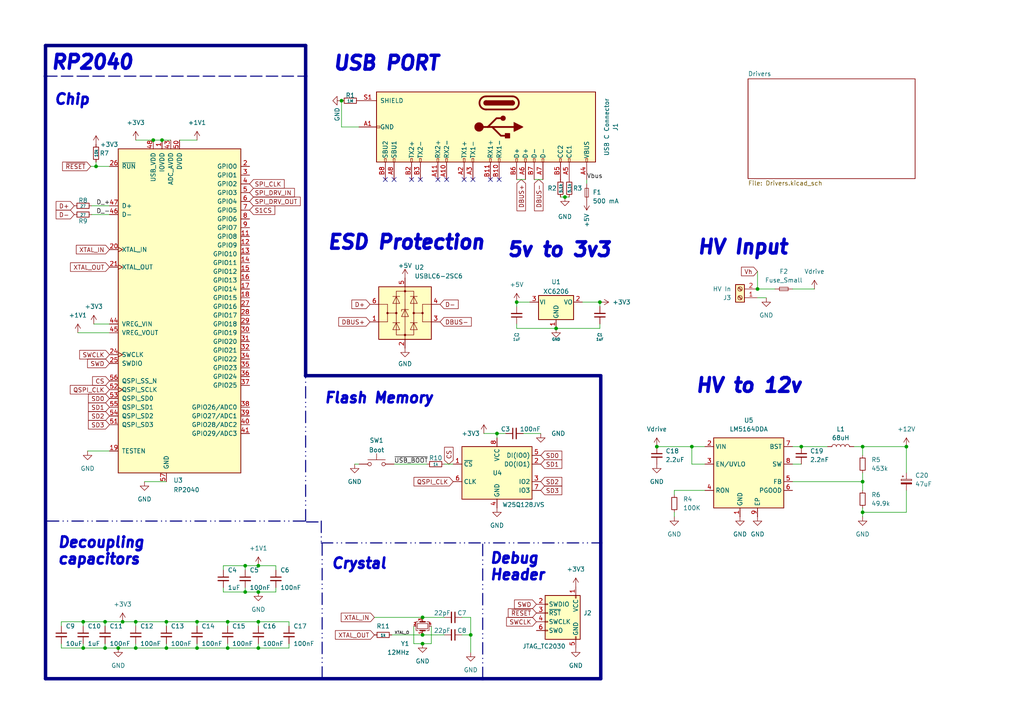
<source format=kicad_sch>
(kicad_sch (version 20231120) (generator "eeschema") (generator_version "8.0")
  (paper "A4")
  (lib_symbols
    (symbol "Connector:Screw_Terminal_01x02" (pin_names (offset 1.016) hide)
      (property "Reference" "J" (at 0 2.54 0))
      (property "Value" "Screw_Terminal_01x02" (at 0 -5.08 0))
      (symbol "Screw_Terminal_01x02_1_1"
        (pin passive line (at -5.08 0 0) (length 3.81) (name "Pin_1") (number "1"))
        (pin passive line (at -5.08 -2.54 0) (length 3.81) (name "Pin_2") (number "2"))
      )
    )
    (symbol "Connector:USB_C_Receptacle" (pin_names (offset 1.016))
      (property "Reference" "J" (at -10.16 29.21 0))
      (property "Value" "USB_C_Receptacle" (at 10.16 29.21 0))
      (symbol "USB_C_Receptacle_1_1"
        (pin passive line (at 0 -40.64 90) (length 5.08) (name "GND") (number "A1"))
        (pin bidirectional line (at 15.24 -15.24 180) (length 5.08) (name "RX2-") (number "A10"))
        (pin bidirectional line (at 15.24 -17.78 180) (length 5.08) (name "RX2+") (number "A11"))
        (pin passive line (at 0 -40.64 90) (length 5.08) hide (name "GND") (number "A12"))
        (pin bidirectional line (at 15.24 -10.16 180) (length 5.08) (name "TX1+") (number "A2"))
        (pin bidirectional line (at 15.24 -7.62 180) (length 5.08) (name "TX1-") (number "A3"))
        (pin passive line (at 15.24 25.4 180) (length 5.08) (name "VBUS") (number "A4"))
        (pin bidirectional line (at 15.24 20.32 180) (length 5.08) (name "CC1") (number "A5"))
        (pin bidirectional line (at 15.24 7.62 180) (length 5.08) (name "D+") (number "A6"))
        (pin bidirectional line (at 15.24 12.7 180) (length 5.08) (name "D-") (number "A7"))
        (pin bidirectional line (at 15.24 -30.48 180) (length 5.08) (name "SBU1") (number "A8"))
        (pin passive line (at 15.24 25.4 180) (length 5.08) hide (name "VBUS") (number "A9"))
        (pin passive line (at 0 -40.64 90) (length 5.08) hide (name "GND") (number "B1"))
        (pin bidirectional line (at 15.24 0 180) (length 5.08) (name "RX1-") (number "B10"))
        (pin bidirectional line (at 15.24 -2.54 180) (length 5.08) (name "RX1+") (number "B11"))
        (pin passive line (at 0 -40.64 90) (length 5.08) hide (name "GND") (number "B12"))
        (pin bidirectional line (at 15.24 -25.4 180) (length 5.08) (name "TX2+") (number "B2"))
        (pin bidirectional line (at 15.24 -22.86 180) (length 5.08) (name "TX2-") (number "B3"))
        (pin passive line (at 15.24 25.4 180) (length 5.08) hide (name "VBUS") (number "B4"))
        (pin bidirectional line (at 15.24 17.78 180) (length 5.08) (name "CC2") (number "B5"))
        (pin bidirectional line (at 15.24 5.08 180) (length 5.08) (name "D+") (number "B6"))
        (pin bidirectional line (at 15.24 10.16 180) (length 5.08) (name "D-") (number "B7"))
        (pin bidirectional line (at 15.24 -33.02 180) (length 5.08) (name "SBU2") (number "B8"))
        (pin passive line (at 15.24 25.4 180) (length 5.08) hide (name "VBUS") (number "B9"))
        (pin passive line (at -7.62 -40.64 90) (length 5.08) (name "SHIELD") (number "S1"))
      )
    )
    (symbol "Device:C_Polarized_Small" (pin_numbers hide) (pin_names (offset 0.254) hide)
      (property "Reference" "C" (at 0.254 1.778 0))
      (property "Value" "C_Polarized_Small" (at 0.254 -2.032 0))
      (symbol "C_Polarized_Small_1_1"
        (pin passive line (at 0 2.54 270) (length 1.8542) (name "~") (number "1"))
        (pin passive line (at 0 -2.54 90) (length 1.8542) (name "~") (number "2"))
      )
    )
    (symbol "Device:C_Small" (pin_numbers hide) (pin_names (offset 0.254) hide)
      (property "Reference" "C" (at 0.254 1.778 0))
      (property "Value" "C_Small" (at 0.254 -2.032 0))
      (symbol "C_Small_1_1"
        (pin passive line (at 0 2.54 270) (length 2.032) (name "~") (number "1"))
        (pin passive line (at 0 -2.54 90) (length 2.032) (name "~") (number "2"))
      )
    )
    (symbol "Device:Crystal_GND24_Small" (pin_names (offset 1.016) hide)
      (property "Reference" "Y" (at 1.27 4.445 0))
      (property "Value" "Crystal_GND24_Small" (at 1.27 2.54 0))
      (symbol "Crystal_GND24_Small_1_1"
        (pin passive line (at -2.54 0 0) (length 1.27) (name "1") (number "1"))
        (pin passive line (at 0 -2.54 90) (length 0.635) (name "2") (number "2"))
        (pin passive line (at 2.54 0 180) (length 1.27) (name "3") (number "3"))
        (pin passive line (at 0 2.54 270) (length 0.635) (name "4") (number "4"))
      )
    )
    (symbol "Device:Fuse_Small" (pin_numbers hide) (pin_names (offset 0.254) hide)
      (property "Reference" "F" (at 0 -1.524 0))
      (property "Value" "Fuse_Small" (at 0 1.524 0))
      (symbol "Fuse_Small_1_1"
        (pin passive line (at -2.54 0 0) (length 1.27) (name "~") (number "1"))
        (pin passive line (at 2.54 0 180) (length 1.27) (name "~") (number "2"))
      )
    )
    (symbol "Device:L" (pin_numbers hide) (pin_names (offset 1.016) hide)
      (property "Reference" "L" (at -1.27 0 90))
      (property "Value" "L" (at 1.905 0 90))
      (symbol "L_1_1"
        (pin passive line (at 0 3.81 270) (length 1.27) (name "1") (number "1"))
        (pin passive line (at 0 -3.81 90) (length 1.27) (name "2") (number "2"))
      )
    )
    (symbol "Device:R_Small" (pin_numbers hide) (pin_names (offset 0.254) hide)
      (property "Reference" "R" (at 0.762 0.508 0))
      (property "Value" "R_Small" (at 0.762 -1.016 0))
      (symbol "R_Small_1_1"
        (pin passive line (at 0 2.54 270) (length 0.762) (name "~") (number "1"))
        (pin passive line (at 0 -2.54 90) (length 0.762) (name "~") (number "2"))
      )
    )
    (symbol "Fuse_Small_1" (pin_numbers hide) (pin_names (offset 0.254) hide)
      (property "Reference" "F" (at 0 -1.524 0))
      (property "Value" "Fuse_Small" (at 0 1.524 0))
      (symbol "Fuse_Small_1_1_1"
        (pin passive line (at -2.54 0 0) (length 1.27) (name "~") (number "1"))
        (pin passive line (at 2.54 0 180) (length 1.27) (name "~") (number "2"))
      )
    )
    (symbol "GND_1" (power) (pin_numbers hide) (pin_names (offset 0) hide)
      (property "Value" "GND" (at 0 -3.81 0))
      (symbol "GND_1_1_1"
        (pin power_in line (at 0 0 270) (length 0) (name "~") (number "1"))
      )
    )
    (symbol "GND_2" (power) (pin_numbers hide) (pin_names (offset 0) hide)
      (property "Value" "GND" (at 0 -3.81 0))
      (symbol "GND_2_1_1"
        (pin power_in line (at 0 0 270) (length 0) (name "~") (number "1"))
      )
    )
    (symbol "GND_3" (power) (pin_numbers hide) (pin_names (offset 0) hide)
      (property "Value" "GND" (at 0 -3.81 0))
      (symbol "GND_3_1_1"
        (pin power_in line (at 0 0 270) (length 0) (name "~") (number "1"))
      )
    )
    (symbol "Memory_Flash:W25Q128JVS"
      (property "Reference" "U" (at -8.89 8.89 0))
      (property "Value" "W25Q128JVS" (at 7.62 8.89 0))
      (symbol "W25Q128JVS_1_1"
        (pin input line (at -12.7 2.54 0) (length 2.54) (name "~{CS}") (number "1"))
        (pin bidirectional line (at 12.7 2.54 180) (length 2.54) (name "DO(IO1)") (number "2"))
        (pin bidirectional line (at 12.7 -2.54 180) (length 2.54) (name "IO2") (number "3"))
        (pin power_in line (at 0 -10.16 90) (length 2.54) (name "GND") (number "4"))
        (pin bidirectional line (at 12.7 5.08 180) (length 2.54) (name "DI(IO0)") (number "5"))
        (pin input line (at -12.7 -2.54 0) (length 2.54) (name "CLK") (number "6"))
        (pin bidirectional line (at 12.7 -5.08 180) (length 2.54) (name "IO3") (number "7"))
        (pin power_in line (at 0 10.16 270) (length 2.54) (name "VCC") (number "8"))
      )
    )
    (symbol "Power_Protection:USBLC6-2SC6" (pin_names hide)
      (property "Reference" "U" (at 2.54 8.89 0))
      (property "Value" "USBLC6-2SC6" (at 2.54 -8.89 0))
      (symbol "USBLC6-2SC6_1_1"
        (pin passive line (at -10.16 -2.54 0) (length 2.54) (name "I/O1") (number "1"))
        (pin passive line (at 0 -10.16 90) (length 2.54) (name "GND") (number "2"))
        (pin passive line (at 10.16 -2.54 180) (length 2.54) (name "I/O2") (number "3"))
        (pin passive line (at 10.16 2.54 180) (length 2.54) (name "I/O2") (number "4"))
        (pin passive line (at 0 10.16 270) (length 2.54) (name "VBUS") (number "5"))
        (pin passive line (at -10.16 2.54 0) (length 2.54) (name "I/O1") (number "6"))
      )
    )
    (symbol "Regulator_Linear:XC6206PxxxMR" (pin_names (offset 0.254))
      (property "Reference" "U" (at -3.81 3.175 0))
      (property "Value" "XC6206PxxxMR" (at 0 3.175 0))
      (symbol "XC6206PxxxMR_1_1"
        (pin power_in line (at 0 -7.62 90) (length 2.54) (name "GND") (number "1"))
        (pin power_out line (at 7.62 0 180) (length 2.54) (name "VO") (number "2"))
        (pin power_in line (at -7.62 0 0) (length 2.54) (name "VI") (number "3"))
      )
    )
    (symbol "Regulator_Switching:LM5164DDA"
      (property "Reference" "U" (at -8.89 11.43 0))
      (property "Value" "LM5164DDA" (at 5.08 11.43 0))
      (symbol "LM5164DDA_1_1"
        (pin power_in line (at -2.54 -12.7 90) (length 2.54) (name "GND") (number "1"))
        (pin power_in line (at -12.7 7.62 0) (length 2.54) (name "VIN") (number "2"))
        (pin input line (at -12.7 2.54 0) (length 2.54) (name "EN/UVLO") (number "3"))
        (pin passive line (at -12.7 -5.08 0) (length 2.54) (name "RON") (number "4"))
        (pin input line (at 12.7 -2.54 180) (length 2.54) (name "FB") (number "5"))
        (pin open_collector line (at 12.7 -5.08 180) (length 2.54) (name "PGOOD") (number "6"))
        (pin passive line (at 12.7 7.62 180) (length 2.54) (name "BST") (number "7"))
        (pin power_out line (at 12.7 2.54 180) (length 2.54) (name "SW") (number "8"))
        (pin passive line (at 2.54 -12.7 90) (length 2.54) (name "EP") (number "9"))
      )
    )
    (symbol "Sleep-lib:RP2040" (pin_names (offset 1.016))
      (property "Reference" "U" (at 8.89 51.435 0))
      (property "Value" "RP2040" (at 8.89 48.895 0))
      (symbol "RP2040_1_1"
        (pin power_in line (at -5.08 50.8 270) (length 2.54) (name "IOVDD") (number "1"))
        (pin power_in line (at -5.08 50.8 270) (length 2.54) hide (name "IOVDD") (number "10"))
        (pin input line (at 20.32 22.86 180) (length 2.54) (name "GPIO8") (number "11"))
        (pin input line (at 20.32 20.32 180) (length 2.54) (name "GPIO9") (number "12"))
        (pin input line (at 20.32 17.78 180) (length 2.54) (name "GPIO10") (number "13"))
        (pin input line (at 20.32 15.24 180) (length 2.54) (name "GPIO11") (number "14"))
        (pin input line (at 20.32 12.7 180) (length 2.54) (name "GPIO12") (number "15"))
        (pin input line (at 20.32 10.16 180) (length 2.54) (name "GPIO13") (number "16"))
        (pin input line (at 20.32 7.62 180) (length 2.54) (name "GPIO14") (number "17"))
        (pin input line (at 20.32 5.08 180) (length 2.54) (name "GPIO15") (number "18"))
        (pin input line (at -20.32 -39.37 0) (length 2.54) (name "TESTEN") (number "19"))
        (pin input line (at 20.32 43.18 180) (length 2.54) (name "GPIO0") (number "2"))
        (pin input clock (at -20.32 19.05 0) (length 2.54) (name "XTAL_IN") (number "20"))
        (pin input clock (at -20.32 13.97 0) (length 2.54) (name "XTAL_OUT") (number "21"))
        (pin power_in line (at -5.08 50.8 270) (length 2.54) hide (name "IOVDD") (number "22"))
        (pin power_in line (at 0 50.8 270) (length 2.54) hide (name "DVDD") (number "23"))
        (pin input clock (at -20.32 -11.43 0) (length 2.54) (name "SWCLK") (number "24"))
        (pin bidirectional line (at -20.32 -13.97 0) (length 2.54) (name "SWDIO") (number "25"))
        (pin input line (at -20.32 43.18 0) (length 2.54) (name "~{RUN}") (number "26"))
        (pin input line (at 20.32 2.54 180) (length 2.54) (name "GPIO16") (number "27"))
        (pin input line (at 20.32 0 180) (length 2.54) (name "GPIO17") (number "28"))
        (pin input line (at 20.32 -2.54 180) (length 2.54) (name "GPIO18") (number "29"))
        (pin input line (at 20.32 40.64 180) (length 2.54) (name "GPIO1") (number "3"))
        (pin input line (at 20.32 -5.08 180) (length 2.54) (name "GPIO19") (number "30"))
        (pin input line (at 20.32 -7.62 180) (length 2.54) (name "GPIO20") (number "31"))
        (pin input line (at 20.32 -10.16 180) (length 2.54) (name "GPIO21") (number "32"))
        (pin power_in line (at -5.08 50.8 270) (length 2.54) hide (name "IOVDD") (number "33"))
        (pin input line (at 20.32 -12.7 180) (length 2.54) (name "GPIO22") (number "34"))
        (pin input line (at 20.32 -15.24 180) (length 2.54) (name "GPIO23") (number "35"))
        (pin input line (at 20.32 -17.78 180) (length 2.54) (name "GPIO24") (number "36"))
        (pin input line (at 20.32 -20.32 180) (length 2.54) (name "GPIO25") (number "37"))
        (pin input line (at 20.32 -26.67 180) (length 2.54) (name "GPIO26/ADC0") (number "38"))
        (pin input line (at 20.32 -29.21 180) (length 2.54) (name "GPIO27/ADC1") (number "39"))
        (pin input line (at 20.32 38.1 180) (length 2.54) (name "GPIO2") (number "4"))
        (pin input line (at 20.32 -31.75 180) (length 2.54) (name "GPIO28/ADC2") (number "40"))
        (pin input line (at 20.32 -34.29 180) (length 2.54) (name "GPIO29/ADC3") (number "41"))
        (pin power_in line (at -5.08 50.8 270) (length 2.54) hide (name "IOVDD") (number "42"))
        (pin power_in line (at -2.54 50.8 270) (length 2.54) (name "ADC_AVDD") (number "43"))
        (pin power_in line (at -20.32 -2.54 0) (length 2.54) (name "VREG_VIN") (number "44"))
        (pin power_out line (at -20.32 -5.08 0) (length 2.54) (name "VREG_VOUT") (number "45"))
        (pin bidirectional line (at -20.32 29.21 0) (length 2.54) (name "D-") (number "46"))
        (pin bidirectional line (at -20.32 31.75 0) (length 2.54) (name "D+") (number "47"))
        (pin power_in line (at -7.62 50.8 270) (length 2.54) (name "USB_VDD") (number "48"))
        (pin power_in line (at -5.08 50.8 270) (length 2.54) hide (name "IOVDD") (number "49"))
        (pin input line (at 20.32 35.56 180) (length 2.54) (name "GPIO3") (number "5"))
        (pin power_in line (at 0 50.8 270) (length 2.54) (name "DVDD") (number "50"))
        (pin bidirectional line (at -20.32 -31.75 0) (length 2.54) (name "QSPI_SD3") (number "51"))
        (pin input clock (at -20.32 -21.59 0) (length 2.54) (name "QSPI_SCLK") (number "52"))
        (pin bidirectional line (at -20.32 -24.13 0) (length 2.54) (name "QSPI_SD0") (number "53"))
        (pin bidirectional line (at -20.32 -29.21 0) (length 2.54) (name "QSPI_SD2") (number "54"))
        (pin bidirectional line (at -20.32 -26.67 0) (length 2.54) (name "QSPI_SD1") (number "55"))
        (pin bidirectional line (at -20.32 -19.05 0) (length 2.54) (name "QSPI_SS_N") (number "56"))
        (pin power_in line (at -3.81 -48.26 90) (length 2.54) (name "GND") (number "57"))
        (pin input line (at 20.32 33.02 180) (length 2.54) (name "GPIO4") (number "6"))
        (pin input line (at 20.32 30.48 180) (length 2.54) (name "GPIO5") (number "7"))
        (pin input line (at 20.32 27.94 180) (length 2.54) (name "GPIO6") (number "8"))
        (pin input line (at 20.32 25.4 180) (length 2.54) (name "GPIO7") (number "9"))
      )
    )
    (symbol "Switch:SW_Push" (pin_numbers hide) (pin_names (offset 1.016) hide)
      (property "Reference" "SW" (at 1.27 2.54 0))
      (property "Value" "SW_Push" (at 0 -1.524 0))
      (symbol "SW_Push_0_1"
        (pin passive line (at -5.08 0 0) (length 2.54) (name "1") (number "1"))
        (pin passive line (at 5.08 0 180) (length 2.54) (name "2") (number "2"))
      )
    )
    (symbol "marbastlib-various:JTAG_TC2030" (pin_names (offset 1.016))
      (property "Reference" "J" (at -3.81 -6.35 0))
      (property "Value" "JTAG_TC2030" (at -10.16 8.89 0))
      (symbol "JTAG_TC2030_1_1"
        (pin passive line (at 5.08 10.16 270) (length 2.54) (name "VCC") (number "1"))
        (pin passive line (at -6.35 5.08 0) (length 2.54) (name "SWDIO") (number "2"))
        (pin passive line (at -6.35 2.54 0) (length 2.54) (name "~{RST}") (number "3"))
        (pin passive line (at -6.35 0 0) (length 2.54) (name "SWCLK") (number "4"))
        (pin passive line (at 5.08 -7.62 90) (length 2.54) (name "GND") (number "5"))
        (pin passive line (at -6.35 -2.54 0) (length 2.54) (name "SWO") (number "6"))
      )
    )
    (symbol "power:+12V" (power) (pin_numbers hide) (pin_names (offset 0) hide)
      (property "Value" "+12V" (at 0 3.556 0))
      (symbol "+12V_1_1"
        (pin power_in line (at 0 0 90) (length 0) (name "~") (number "1"))
      )
    )
    (symbol "power:+1V1" (power) (pin_names (offset 0))
      (property "Value" "+1V1" (at 0 3.556 0))
      (symbol "+1V1_1_1"
        (pin power_in line (at 0 0 90) (length 0) hide (name "+1V1") (number "1"))
      )
    )
    (symbol "power:+3.3V" (power) (pin_names (offset 0))
      (property "Value" "+3.3V" (at 0 3.556 0))
      (symbol "+3.3V_1_1"
        (pin power_in line (at 0 0 90) (length 0) hide (name "+3V3") (number "1"))
      )
    )
    (symbol "power:+3V3" (power) (pin_names (offset 0))
      (property "Value" "+3V3" (at 0 3.556 0))
      (symbol "+3V3_1_1"
        (pin power_in line (at 0 0 90) (length 0) hide (name "+3V3") (number "1"))
      )
    )
    (symbol "power:+5V" (power) (pin_names (offset 0))
      (property "Value" "+5V" (at 0 3.556 0))
      (symbol "+5V_1_1"
        (pin power_in line (at 0 0 90) (length 0) hide (name "+5V") (number "1"))
      )
    )
    (symbol "power:GND" (power) (pin_names (offset 0))
      (property "Value" "GND" (at 0 -3.81 0))
      (symbol "GND_1_1"
        (pin power_in line (at 0 0 270) (length 0) hide (name "GND") (number "1"))
      )
    )
    (symbol "power:Vdrive" (power) (pin_numbers hide) (pin_names (offset 0) hide)
      (property "Value" "Vdrive" (at 0 3.556 0))
      (symbol "Vdrive_1_1"
        (pin power_in line (at 0 0 90) (length 0) (name "~") (number "1"))
      )
    )
  )
  (junction (at 74.93 164.084))
  (junction (at 140.001 196.85))
  (junction (at 39.37 187.96))
  (junction (at 57.15 180.34))
  (junction (at 219.71 83.82))
  (junction (at 250.19 148.59))
  (junction (at 66.04 187.96))
  (junction (at 24.13 180.34))
  (junction (at 250.19 129.54))
  (junction (at 232.41 129.54))
  (junction (at 30.48 180.34))
  (junction (at 35.56 180.34))
  (junction (at 250.19 139.7))
  (junction (at 122.555 179.07))
  (junction (at 190.5 129.54))
  (junction (at 174.244 157.4631))
  (junction (at 30.48 187.96))
  (junction (at 262.89 129.54))
  (junction (at 136.525 184.15))
  (junction (at 48.26 180.34))
  (junction (at 34.29 187.96))
  (junction (at 74.93 180.34))
  (junction (at 46.99 40.64))
  (junction (at 13.208 22.098))
  (junction (at 149.86 87.63) (diameter 0.9144))
  (junction (at 200.66 129.54))
  (junction (at 71.12 164.084))
  (junction (at 122.555 186.69))
  (junction (at 57.15 187.96))
  (junction (at 44.45 40.64))
  (junction (at 74.93 187.96))
  (junction (at 24.13 187.96))
  (junction (at 71.12 171.704))
  (junction (at 74.93 171.704))
  (junction (at 173.99 87.63))
  (junction (at 88.646 22.098))
  (junction (at 27.8572 48.26))
  (junction (at 144.145 125.73))
  (junction (at 99.06 29.21))
  (junction (at 161.29 95.25) (diameter 0.9144))
  (junction (at 48.26 187.96))
  (junction (at 39.37 180.34))
  (junction (at 122.555 184.15))
  (junction (at 66.04 180.34))
  (junction (at 88.646 108.966))
  (junction (at 163.8554 57.15))
  (no_connect (at 144.78 52.07))
  (no_connect (at 142.24 52.07))
  (no_connect (at 114.3 52.07))
  (no_connect (at 127 52.07))
  (no_connect (at 129.54 52.07))
  (no_connect (at 119.38 52.07))
  (no_connect (at 137.16 52.07))
  (no_connect (at 134.62 52.07))
  (no_connect (at 111.76 52.07))
  (no_connect (at 121.92 52.07))
  (wire (pts (xy 31.75 96.52) (xy 22.5806 96.52)))
  (wire (pts (xy 229.87 83.82) (xy 236.22 83.82)))
  (wire (pts (xy 57.15 180.34) (xy 57.15 181.61)))
  (wire (pts (xy 17.78 187.96) (xy 24.13 187.96)))
  (wire (pts (xy 195.58 142.24) (xy 195.58 143.51)))
  (wire (pts (xy 44.45 40.64) (xy 46.99 40.64)))
  (wire (pts (xy 229.87 129.54) (xy 232.41 129.54)))
  (wire (pts (xy 136.525 179.07) (xy 136.525 184.15)))
  (wire (pts (xy 64.77 164.084) (xy 64.77 165.354)))
  (wire (pts (xy 57.15 186.69) (xy 57.15 187.96)))
  (wire (pts (xy 25.4 130.81) (xy 31.75 130.81)))
  (wire (pts (xy 250.19 148.59) (xy 250.19 147.32)))
  (wire (pts (xy 125.095 181.61) (xy 125.095 186.69)))
  (wire (pts (xy 120.015 181.61) (xy 120.015 186.69)))
  (wire (pts (xy 24.13 187.96) (xy 30.48 187.96)))
  (wire (pts (xy 27.8572 46.99) (xy 27.8572 48.26)))
  (wire (pts (xy 71.12 164.084) (xy 71.12 165.354)))
  (wire (pts (xy 57.15 187.96) (xy 66.04 187.96)))
  (bus (pts (xy 174.244 157.4631) (xy 174.244 108.966)) (stroke (width 1)))
  (wire (pts (xy 74.93 187.96) (xy 83.82 187.96)))
  (wire (pts (xy 136.525 184.15) (xy 133.985 184.15)))
  (wire (pts (xy 17.78 180.34) (xy 24.13 180.34)))
  (wire (pts (xy 41.91 139.7) (xy 48.26 139.7)))
  (wire (pts (xy 262.89 129.54) (xy 262.89 137.16)))
  (wire (pts (xy 114.3 134.62) (xy 123.825 134.62)))
  (wire (pts (xy 64.77 171.704) (xy 71.12 171.704)))
  (wire (pts (xy 102.87 134.62) (xy 104.14 134.62)))
  (wire (pts (xy 161.29 95.25) (xy 149.86 95.25)))
  (wire (pts (xy 128.905 184.15) (xy 122.555 184.15)))
  (wire (pts (xy 26.6192 62.23) (xy 31.75 62.23)))
  (wire (pts (xy 144.145 125.73) (xy 146.685 125.73)))
  (bus (pts (xy 88.646 108.966) (xy 174.244 108.966)) (stroke (width 1)))
  (bus (pts (xy 174.244 157.4631) (xy 174.244 157.48)))
  (wire (pts (xy 30.48 180.34) (xy 35.56 180.34)))
  (bus (pts (xy 88.646 13.208) (xy 88.646 22.098)) (stroke (width 1)))
  (wire (pts (xy 26.6192 59.69) (xy 31.75 59.69)))
  (wire (pts (xy 80.01 164.084) (xy 80.01 165.354)))
  (wire (pts (xy 74.93 180.34) (xy 83.82 180.34)))
  (wire (pts (xy 149.86 87.63) (xy 149.86 88.9)))
  (wire (pts (xy 66.04 186.69) (xy 66.04 187.96)))
  (wire (pts (xy 39.37 187.96) (xy 48.26 187.96)))
  (wire (pts (xy 250.19 139.7) (xy 250.19 137.16)))
  (wire (pts (xy 250.19 139.7) (xy 250.19 142.24)))
  (wire (pts (xy 35.56 180.34) (xy 39.37 180.34)))
  (wire (pts (xy 83.82 180.34) (xy 83.82 181.61)))
  (wire (pts (xy 52.07 40.64) (xy 57.15 40.64)))
  (wire (pts (xy 250.19 149.86) (xy 250.19 148.59)))
  (wire (pts (xy 195.58 148.59) (xy 195.58 149.86)))
  (wire (pts (xy 232.41 129.54) (xy 240.03 129.54)))
  (wire (pts (xy 39.37 40.64) (xy 44.45 40.64)))
  (wire (pts (xy 39.37 187.96) (xy 39.37 186.69)))
  (wire (pts (xy 250.19 129.54) (xy 250.19 132.08)))
  (wire (pts (xy 66.04 180.34) (xy 74.93 180.34)))
  (wire (pts (xy 74.93 171.704) (xy 80.01 171.704)))
  (wire (pts (xy 34.29 187.96) (xy 39.37 187.96)))
  (wire (pts (xy 48.26 180.34) (xy 48.26 181.61)))
  (wire (pts (xy 39.37 180.34) (xy 39.37 181.61)))
  (wire (pts (xy 83.82 187.96) (xy 83.82 186.69)))
  (wire (pts (xy 39.37 180.34) (xy 48.26 180.34)))
  (bus (pts (xy 140.001 196.85) (xy 174.244 196.85)) (stroke (width 1)))
  (bus (pts (xy 88.646 151.13) (xy 88.646 108.966)) (stroke (width 0) (type dash_dot_dot)))
  (wire (pts (xy 125.095 186.69) (xy 122.555 186.69)))
  (wire (pts (xy 74.93 164.084) (xy 80.01 164.084)))
  (bus (pts (xy 93.1852 151.13) (xy 93.1852 157.4631)) (stroke (width 0) (type dash_dot_dot)))
  (wire (pts (xy 108.585 179.07) (xy 122.555 179.07)))
  (wire (pts (xy 247.65 129.54) (xy 250.19 129.54)))
  (wire (pts (xy 144.145 125.73) (xy 144.145 127)))
  (wire (pts (xy 71.12 171.704) (xy 74.93 171.704)))
  (wire (pts (xy 30.48 180.34) (xy 24.13 180.34)))
  (wire (pts (xy 149.86 93.98) (xy 149.86 95.25)))
  (wire (pts (xy 30.48 180.34) (xy 30.48 181.61)))
  (wire (pts (xy 48.26 187.96) (xy 57.15 187.96)))
  (wire (pts (xy 71.12 170.434) (xy 71.12 171.704)))
  (wire (pts (xy 162.56 57.15) (xy 163.8554 57.15)))
  (wire (pts (xy 128.905 134.62) (xy 131.445 134.62)))
  (wire (pts (xy 173.99 93.9546) (xy 173.99 95.25)))
  (wire (pts (xy 133.985 179.07) (xy 136.525 179.07)))
  (wire (pts (xy 170.18 53.34) (xy 170.18 52.07)))
  (wire (pts (xy 99.06 36.83) (xy 99.06 29.21)))
  (wire (pts (xy 219.71 83.82) (xy 224.79 83.82)))
  (wire (pts (xy 151.765 125.73) (xy 156.845 125.73)))
  (wire (pts (xy 74.93 180.34) (xy 74.93 181.61)))
  (bus (pts (xy 93.1852 157.4631) (xy 174.244 157.4631)) (stroke (width 0) (type dash_dot_dot)))
  (wire (pts (xy 120.015 186.69) (xy 122.555 186.69)))
  (wire (pts (xy 204.47 134.62) (xy 200.66 134.62)))
  (wire (pts (xy 26.3143 48.26) (xy 27.8572 48.26)))
  (wire (pts (xy 157.48 52.07) (xy 154.94 52.07)))
  (wire (pts (xy 229.87 134.62) (xy 232.41 134.62)))
  (wire (pts (xy 262.89 142.24) (xy 262.89 148.59)))
  (wire (pts (xy 219.71 86.36) (xy 222.25 86.36)))
  (wire (pts (xy 48.26 187.96) (xy 48.26 186.69)))
  (wire (pts (xy 80.01 171.704) (xy 80.01 170.434)))
  (wire (pts (xy 71.12 164.084) (xy 64.77 164.084)))
  (wire (pts (xy 27.2034 93.98) (xy 31.75 93.98)))
  (bus (pts (xy 13.208 22.098) (xy 88.646 22.098)) (stroke (width 0) (type dash)))
  (wire (pts (xy 140.335 125.73) (xy 144.145 125.73)))
  (wire (pts (xy 168.91 87.63) (xy 173.99 87.63)))
  (bus (pts (xy 13.716 151.13) (xy 88.646 151.13)) (stroke (width 0) (type dash_dot_dot)))
  (bus (pts (xy 174.244 196.85) (xy 174.244 157.4631)) (stroke (width 1)))
  (bus (pts (xy 88.646 22.098) (xy 88.646 108.966)) (stroke (width 1)))
  (wire (pts (xy 57.15 180.34) (xy 66.04 180.34)))
  (wire (pts (xy 17.78 181.61) (xy 17.78 180.34)))
  (wire (pts (xy 66.04 187.96) (xy 74.93 187.96)))
  (wire (pts (xy 46.99 40.64) (xy 49.53 40.64)))
  (wire (pts (xy 262.89 148.59) (xy 250.19 148.59)))
  (wire (pts (xy 74.93 187.96) (xy 74.93 186.69)))
  (wire (pts (xy 163.8554 57.15) (xy 165.1 57.15)))
  (wire (pts (xy 17.78 186.69) (xy 17.78 187.96)))
  (wire (pts (xy 27.8572 48.26) (xy 31.75 48.26)))
  (wire (pts (xy 74.93 164.084) (xy 71.12 164.084)))
  (wire (pts (xy 104.14 36.83) (xy 99.06 36.83)))
  (bus (pts (xy 140.001 196.85) (xy 140.001 157.48)) (stroke (width 0) (type dash_dot_dot)))
  (wire (pts (xy 24.13 180.34) (xy 24.13 181.61)))
  (bus (pts (xy 13.208 13.208) (xy 13.208 22.098)) (stroke (width 1)))
  (wire (pts (xy 66.04 180.34) (xy 66.04 181.61)))
  (wire (pts (xy 30.48 186.69) (xy 30.48 187.96)))
  (wire (pts (xy 64.77 170.434) (xy 64.77 171.704)))
  (bus (pts (xy 93.4392 157.7171) (xy 93.4392 197.104)) (stroke (width 0) (type dash_dot_dot)))
  (wire (pts (xy 128.905 179.07) (xy 122.555 179.07)))
  (wire (pts (xy 250.19 129.54) (xy 262.89 129.54)))
  (wire (pts (xy 200.66 134.62) (xy 200.66 129.54)))
  (wire (pts (xy 229.87 139.7) (xy 250.19 139.7)))
  (wire (pts (xy 173.99 88.8746) (xy 173.99 87.63)))
  (wire (pts (xy 122.555 184.15) (xy 113.665 184.15)))
  (wire (pts (xy 30.48 187.96) (xy 34.29 187.96)))
  (wire (pts (xy 24.13 186.69) (xy 24.13 187.96)))
  (wire (pts (xy 190.5 129.54) (xy 200.66 129.54)))
  (bus (pts (xy 13.208 196.85) (xy 140.001 196.85)) (stroke (width 1)))
  (wire (pts (xy 219.71 78.74) (xy 219.71 83.82)))
  (wire (pts (xy 195.58 142.24) (xy 204.47 142.24)))
  (wire (pts (xy 136.525 184.15) (xy 136.525 189.23)))
  (bus (pts (xy 13.208 13.208) (xy 88.646 13.208)) (stroke (width 1)))
  (wire (pts (xy 48.26 180.34) (xy 57.15 180.34)))
  (bus (pts (xy 13.208 22.098) (xy 13.208 196.85)) (stroke (width 1)))
  (wire (pts (xy 161.29 95.25) (xy 173.99 95.25)))
  (wire (pts (xy 152.4 52.07) (xy 149.86 52.07)))
  (wire (pts (xy 200.66 129.54) (xy 204.47 129.54)))
  (wire (pts (xy 149.86 87.63) (xy 153.67 87.63)))
  (bus (pts (xy 88.9 151.384) (xy 93.4392 151.384)) (stroke (width 0) (type dash_dot_dot)))
  (text "Crystal" (at 95.885 165.354 0) (effects (font (size 3 3) (thickness 2) (bold yes) (italic yes)) (justify left bottom)))
  (text "USB PORT" (at 96.266 20.828 0) (effects (font (size 4 4) (thickness 2) (bold yes) (italic yes)) (justify left bottom)))
  (text "HV Input" (at 201.93 74.168 0) (effects (font (size 4 4) (thickness 2) (bold yes) (italic yes)) (justify left bottom)))
  (text "Flash Memory" (at 93.853 117.348 0) (effects (font (size 3 3) (thickness 2) (bold yes) (italic yes)) (justify left bottom)))
  (text "HV to 12v\n" (at 201.422 114.3 0) (effects (font (size 4 4) (thickness 2) (bold yes) (italic yes)) (justify left bottom)))
  (text "RP2040" (at 14.478 20.574 0) (effects (font (size 4 4) (thickness 2) (bold yes) (italic yes)) (justify left bottom)))
  (text "Debug\nHeader" (at 141.859 168.656 0) (effects (font (size 3 3) (thickness 2) (bold yes) (italic yes)) (justify left bottom)))
  (text "Chip" (at 15.494 30.734 0) (effects (font (size 3 3) (thickness 2) (bold yes) (italic yes)) (justify left bottom)))
  (text "5v to 3v3" (at 146.812 74.93 0) (effects (font (size 4 4) (thickness 2) (bold yes) (italic yes)) (justify left bottom)))
  (text "ESD Protection" (at 94.615 72.771 0) (effects (font (size 4 4) (thickness 2) (bold yes) (italic yes)) (justify left bottom)))
  (text "Decoupling\ncapacitors" (at 16.51 164.084 0) (effects (font (size 3 3) (thickness 2) (bold yes) (italic yes)) (justify left bottom)))
  (label "D_+" (at 27.94 59.69 0))
  (label "Vbus" (at 170.18 52.07 0))
  (label "~{USB_BOOT}" (at 114.3 134.62 0))
  (label "D_-" (at 27.94 62.23 0))
  (label "XTAL_O" (at 118.745 184.15 180) (effects (font (size 0.8 0.8))))
  (global_label "D+" (shape input) (at 107.315 88.265 180) (property "Intersheetrefs" "${INTERSHEET_REFS}" (effects (hide yes))))
  (global_label "~{RESET}" (shape input) (at 155.575 177.8 180) (property "Intersheetrefs" "${INTERSHEET_REFS}" (effects (hide yes))))
  (global_label "S1CS" (shape input) (at 72.39 60.96 0) (property "Intersheetrefs" "${INTERSHEET_REFS}" (effects (hide yes))))
  (global_label "SWD" (shape input) (at 155.575 175.26 180) (property "Intersheetrefs" "${INTERSHEET_REFS}" (effects (hide yes))))
  (global_label "SD0" (shape input) (at 31.75 115.57 180) (property "Intersheetrefs" "${INTERSHEET_REFS}" (effects (hide yes))))
  (global_label "SPI_DRV_IN" (shape input) (at 72.39 55.88 0) (property "Intersheetrefs" "${INTERSHEET_REFS}" (effects (hide yes))))
  (global_label "QSPI_CLK" (shape input) (at 131.445 139.7 180) (property "Intersheetrefs" "${INTERSHEET_REFS}" (effects (hide yes))))
  (global_label "SD0" (shape input) (at 156.845 132.08 0) (property "Intersheetrefs" "${INTERSHEET_REFS}" (effects (hide yes))))
  (global_label "D-" (shape input) (at 21.5392 62.23 180) (property "Intersheetrefs" "${INTERSHEET_REFS}" (effects (hide yes))))
  (global_label "SWD" (shape input) (at 31.75 105.41 180) (property "Intersheetrefs" "${INTERSHEET_REFS}" (effects (hide yes))))
  (global_label "SD3" (shape input) (at 156.845 142.24 0) (property "Intersheetrefs" "${INTERSHEET_REFS}" (effects (hide yes))))
  (global_label "SD1" (shape input) (at 31.75 118.11 180) (property "Intersheetrefs" "${INTERSHEET_REFS}" (effects (hide yes))))
  (global_label "SD3" (shape input) (at 31.75 123.19 180) (property "Intersheetrefs" "${INTERSHEET_REFS}" (effects (hide yes))))
  (global_label "XTAL_OUT" (shape input) (at 31.75 77.47 180) (property "Intersheetrefs" "${INTERSHEET_REFS}" (effects (hide yes))))
  (global_label "DBUS-" (shape input) (at 127.635 93.345 0) (property "Intersheetrefs" "${INTERSHEET_REFS}" (effects (hide yes))))
  (global_label "SPI_CLK" (shape input) (at 72.39 53.34 0) (property "Intersheetrefs" "${INTERSHEET_REFS}" (effects (hide yes))))
  (global_label "SPI_DRV_OUT" (shape input) (at 72.39 58.42 0) (property "Intersheetrefs" "${INTERSHEET_REFS}" (effects (hide yes))))
  (global_label "D-" (shape input) (at 127.635 88.265 0) (property "Intersheetrefs" "${INTERSHEET_REFS}" (effects (hide yes))))
  (global_label "CS" (shape input) (at 31.75 110.49 180) (property "Intersheetrefs" "${INTERSHEET_REFS}" (effects (hide yes))))
  (global_label "SD2" (shape input) (at 156.845 139.7 0) (property "Intersheetrefs" "${INTERSHEET_REFS}" (effects (hide yes))))
  (global_label "DBUS-" (shape input) (at 156.2608 52.07 270) (property "Intersheetrefs" "${INTERSHEET_REFS}" (effects (hide yes))))
  (global_label "CS" (shape input) (at 130.175 134.62 90) (property "Intersheetrefs" "${INTERSHEET_REFS}" (effects (hide yes))))
  (global_label "XTAL_IN" (shape input) (at 31.75 72.39 180) (property "Intersheetrefs" "${INTERSHEET_REFS}" (effects (hide yes))))
  (global_label "D+" (shape input) (at 21.5392 59.69 180) (property "Intersheetrefs" "${INTERSHEET_REFS}" (effects (hide yes))))
  (global_label "QSPI_CLK" (shape input) (at 31.75 113.03 180) (property "Intersheetrefs" "${INTERSHEET_REFS}" (effects (hide yes))))
  (global_label "DBUS+" (shape input) (at 107.315 93.345 180) (property "Intersheetrefs" "${INTERSHEET_REFS}" (effects (hide yes))))
  (global_label "DBUS+" (shape input) (at 151.1808 52.07 270) (property "Intersheetrefs" "${INTERSHEET_REFS}" (effects (hide yes))))
  (global_label "~{RESET}" (shape input) (at 26.3143 48.26 180) (property "Intersheetrefs" "${INTERSHEET_REFS}" (effects (hide yes))))
  (global_label "XTAL_OUT" (shape input) (at 108.585 184.15 180) (property "Intersheetrefs" "${INTERSHEET_REFS}" (effects (hide yes))))
  (global_label "SWCLK" (shape input) (at 31.75 102.87 180) (property "Intersheetrefs" "${INTERSHEET_REFS}" (effects (hide yes))))
  (global_label "SD2" (shape input) (at 31.75 120.65 180) (property "Intersheetrefs" "${INTERSHEET_REFS}" (effects (hide yes))))
  (global_label "SWCLK" (shape input) (at 155.575 180.34 180) (property "Intersheetrefs" "${INTERSHEET_REFS}" (effects (hide yes))))
  (global_label "SD1" (shape input) (at 156.845 134.62 0) (property "Intersheetrefs" "${INTERSHEET_REFS}" (effects (hide yes))))
  (global_label "Vh" (shape input) (at 219.71 78.74 180) (property "Intersheetrefs" "${INTERSHEET_REFS}" (effects (hide yes))))
  (global_label "XTAL_IN" (shape input) (at 108.585 179.07 180) (property "Intersheetrefs" "${INTERSHEET_REFS}" (effects (hide yes))))
  (symbol (lib_name "GND_3") (lib_id "power:GND") (at 222.25 86.36 0) (unit 1)
    (property "Reference" "#PWR052" (effects (hide yes)))
    (property "Value" "GND" (at 222.25 91.44 0))
    (property "Description" "Power symbol creates a global label with name \"GND\" , ground" (effects (hide yes)))
  )
  (symbol (lib_name "GND_1") (lib_id "power:GND") (at 250.19 149.86 0) (unit 1)
    (property "Reference" "#PWR050" (effects (hide yes)))
    (property "Value" "GND" (at 250.19 154.94 0))
    (property "Description" "Power symbol creates a global label with name \"GND\" , ground" (effects (hide yes)))
  )
  (symbol (lib_id "Device:R_Small") (at 24.0792 62.23 90) (unit 1)
    (property "Reference" "R9" (at 24.0792 64.1096 90))
    (property "Value" "27" (at 24.0792 62.3316 90) (effects (font (size 0.8 0.8))))
    (property "Footprint" "Resistor_SMD:R_0603_1608Metric" (effects (hide yes)))
    (property "LCSC" "C25190" (effects (hide yes)))
  )
  (symbol (lib_id "Sleep-lib:RP2040") (at 52.07 91.44 0) (unit 1)
    (property "Reference" "U3" (at 50.2794 139.3095 0) (effects (justify left)))
    (property "Value" "RP2040" (at 50.2794 142.0846 0) (effects (justify left)))
    (property "Footprint" "footprints:RP2040-QFN-56" (effects (hide yes)))
    (property "Datasheet" "https://datasheets.raspberrypi.com/rp2040/rp2040-datasheet.pdf" (effects (hide yes)))
    (property "LCSC" "C2040" (effects (hide yes)))
  )
  (symbol (lib_id "power:GND") (at 102.87 134.62 0) (unit 1)
    (property "Reference" "#PWR019" (effects (hide yes)))
    (property "Value" "GND" (at 102.87 139.7 0))
  )
  (symbol (lib_id "Device:R_Small") (at 195.58 146.05 0) (unit 1)
    (property "Reference" "R4" (at 198.12 144.7799 0) (effects (justify left)))
    (property "Value" "100K" (at 198.12 147.3199 0) (effects (justify left)))
    (property "Footprint" "Resistor_SMD:R_0402_1005Metric_Pad0.72x0.64mm_HandSolder" (effects (hide yes)))
    (property "LCSC" "C217682" (effects (hide yes)))
  )
  (symbol (lib_id "Device:C_Polarized_Small") (at 262.89 139.7 0) (unit 1)
    (property "Reference" "C20" (at 265.43 137.8838 0) (effects (justify left)))
    (property "Value" "47uF" (at 265.43 140.4238 0) (effects (justify left)))
    (property "Footprint" "Capacitor_SMD:C_1206_3216Metric_Pad1.33x1.80mm_HandSolder" (effects (hide yes)))
    (property "Description" "Polarized capacitor, small symbol" (effects (hide yes)))
    (property "LCSC" "C403725" (effects (hide yes)))
  )
  (symbol (lib_id "Device:Fuse_Small") (at 170.18 55.88 270) (unit 1)
    (property "Reference" "F1" (at 171.9072 55.7784 90) (effects (justify left)))
    (property "Value" "500 mA" (at 171.9072 58.3184 90) (effects (justify left)))
    (property "Footprint" "Fuse:Fuse_1206_3216Metric" (effects (hide yes)))
    (property "LCSC" "C70076" (effects (hide yes)))
  )
  (symbol (lib_id "Device:C_Small") (at 71.12 167.894 0) (unit 1)
    (property "Reference" "C5" (at 72.39 165.3539 0) (effects (justify left)))
    (property "Value" "100nF" (at 72.39 170.4339 0) (effects (justify left)))
    (property "Footprint" "Capacitor_SMD:C_0402_1005Metric" (effects (hide yes)))
    (property "LCSC" "C1525" (effects (hide yes)))
  )
  (symbol (lib_id "Device:C_Small") (at 57.15 184.15 0) (unit 1)
    (property "Reference" "C14" (at 58.42 181.6099 0) (effects (justify left)))
    (property "Value" "100nF" (at 58.42 186.6899 0) (effects (justify left)))
    (property "Footprint" "Capacitor_SMD:C_0402_1005Metric" (effects (hide yes)))
    (property "LCSC" "C1525" (effects (hide yes)))
  )
  (symbol (lib_id "Device:Crystal_GND24_Small") (at 122.555 181.61 270) (mirror x) (unit 1)
    (property "Reference" "Y1" (at 118.745 186.69 90) (effects (justify right)))
    (property "Value" "12MHz" (at 118.745 189.23 90) (effects (justify right)))
    (property "Footprint" "Crystal:Crystal_SMD_3225-4Pin_3.2x2.5mm" (effects (hide yes)))
    (property "LCSC" "C9002" (effects (hide yes)))
  )
  (symbol (lib_id "power:+1V1") (at 22.5806 96.52 0) (unit 1)
    (property "Reference" "#PWR012" (effects (hide yes)))
    (property "Value" "+1V1" (at 22.5806 91.44 0))
  )
  (symbol (lib_id "Device:C_Small") (at 149.86 91.44 180) (unit 1)
    (property "Reference" "C2" (at 149.86 97.155 0) (effects (font (size 0.762 0.762))))
    (property "Value" "1uF" (at 149.86 98.425 0) (effects (font (size 0.762 0.762))))
    (property "Footprint" "Capacitor_SMD:C_0402_1005Metric" (effects (hide yes)))
    (property "LCSC" "C52923" (effects (hide yes)))
  )
  (symbol (lib_id "marbastlib-various:JTAG_TC2030") (at 161.925 180.34 0) (unit 1) (in_bom no)
    (property "Reference" "J2" (at 169.2148 177.7999 0) (effects (justify left)))
    (property "Value" "JTAG_TC2030" (at 151.511 187.452 0) (effects (justify left)))
    (property "Footprint" "PCM_marbastlib-various:CON_TC2030_outlined" (effects (hide yes)))
    (property "Datasheet" " ~" (effects (hide yes)))
  )
  (symbol (lib_id "Device:C_Small") (at 232.41 132.08 0) (unit 1)
    (property "Reference" "C19" (at 234.95 130.8162 0) (effects (justify left)))
    (property "Value" "2.2nF" (at 234.95 133.3562 0) (effects (justify left)))
    (property "Footprint" "Capacitor_SMD:C_0603_1608Metric_Pad1.08x0.95mm_HandSolder" (effects (hide yes)))
    (property "Description" "High voltage" (effects (hide yes)))
    (property "LCSC" "C113804" (effects (hide yes)))
  )
  (symbol (lib_id "Device:C_Small") (at 149.225 125.73 90) (unit 1)
    (property "Reference" "C3" (at 147.9549 124.46 90) (effects (justify left)))
    (property "Value" "100nF" (at 156.8449 124.46 90) (effects (justify left)))
    (property "Footprint" "Capacitor_SMD:C_0402_1005Metric" (effects (hide yes)))
    (property "LCSC" "C1525" (effects (hide yes)))
  )
  (symbol (lib_id "power:Vdrive") (at 190.5 129.54 0) (unit 1)
    (property "Reference" "#PWR047" (effects (hide yes)))
    (property "Value" "Vdrive" (at 190.5 124.46 0))
    (property "Description" "Power symbol creates a global label with name \"Vdrive\"" (effects (hide yes)))
  )
  (symbol (lib_id "power:Vdrive") (at 236.22 83.82 0) (unit 1)
    (property "Reference" "#PWR053" (effects (hide yes)))
    (property "Value" "Vdrive" (at 236.22 78.74 0))
    (property "Description" "Power symbol creates a global label with name \"Vdrive\"" (effects (hide yes)))
  )
  (symbol (lib_id "power:+3V3") (at 167.005 170.18 0) (unit 1)
    (property "Reference" "#PWR025" (effects (hide yes)))
    (property "Value" "+3V3" (at 167.005 165.1 0))
  )
  (symbol (lib_id "Device:R_Small") (at 111.125 184.15 270) (mirror x) (unit 1)
    (property "Reference" "R11" (at 111.125 181.61 90))
    (property "Value" "1k" (at 111.125 184.2449 90) (effects (font (size 0.8 0.8))))
    (property "Footprint" "Resistor_SMD:R_0402_1005Metric" (effects (hide yes)))
    (property "LCSC" "C11702" (effects (hide yes)))
  )
  (symbol (lib_id "power:GND") (at 41.91 139.7 0) (unit 1)
    (property "Reference" "#PWR020" (effects (hide yes)))
    (property "Value" "GND" (at 41.91 144.78 0))
  )
  (symbol (lib_id "Device:R_Small") (at 162.56 54.61 180) (unit 1)
    (property "Reference" "R2" (at 161.4931 54.61 0) (effects (justify left)))
    (property "Value" "5.1k" (at 162.6616 53.2892 90) (effects (font (size 0.8 0.8)) (justify left)))
    (property "Footprint" "Resistor_SMD:R_0402_1005Metric" (effects (hide yes)))
    (property "LCSC" "C25905" (effects (hide yes)))
  )
  (symbol (lib_id "Device:R_Small") (at 24.0792 59.69 90) (unit 1)
    (property "Reference" "R8" (at 24.0792 58.1406 90))
    (property "Value" "27" (at 24.0792 59.7916 90) (effects (font (size 0.8 0.8))))
    (property "Footprint" "Resistor_SMD:R_0603_1608Metric" (effects (hide yes)))
    (property "LCSC" "C25190" (effects (hide yes)))
  )
  (symbol (lib_id "power:+3V3") (at 27.8572 41.91 0) (unit 1)
    (property "Reference" "#PWR04" (effects (hide yes)))
    (property "Value" "+3V3" (at 31.6672 41.91 0))
  )
  (symbol (lib_id "Device:L") (at 243.84 129.54 90) (unit 1)
    (property "Reference" "L1" (at 243.84 124.46 90))
    (property "Value" "68uH" (at 243.84 127 90))
    (property "Footprint" "Inductor_SMD:L_12x12mm_H8mm" (effects (hide yes)))
    (property "LCSC" "C2929504" (effects (hide yes)))
  )
  (symbol (lib_id "Device:C_Small") (at 173.99 91.4146 180) (unit 1)
    (property "Reference" "C1" (at 173.99 97.1296 0) (effects (font (size 0.762 0.762))))
    (property "Value" "1uF" (at 173.99 98.3996 0) (effects (font (size 0.762 0.762))))
    (property "Footprint" "Capacitor_SMD:C_0402_1005Metric" (effects (hide yes)))
    (property "LCSC" "C52923" (effects (hide yes)))
  )
  (symbol (lib_id "Device:R_Small") (at 250.19 134.62 0) (unit 1)
    (property "Reference" "R5" (at 252.73 133.3499 0) (effects (justify left)))
    (property "Value" "453k" (at 252.73 135.8899 0) (effects (justify left)))
    (property "Footprint" "Resistor_SMD:R_0402_1005Metric_Pad0.72x0.64mm_HandSolder" (effects (hide yes)))
    (property "LCSC" "C27009" (effects (hide yes)))
  )
  (symbol (lib_id "Device:C_Small") (at 80.01 167.894 0) (unit 1)
    (property "Reference" "C6" (at 81.28 165.3539 0) (effects (justify left)))
    (property "Value" "100nF" (at 81.28 170.4339 0) (effects (justify left)))
    (property "Footprint" "Capacitor_SMD:C_0402_1005Metric" (effects (hide yes)))
    (property "LCSC" "C1525" (effects (hide yes)))
  )
  (symbol (lib_id "Device:R_Small") (at 250.19 144.78 0) (unit 1)
    (property "Reference" "R6" (at 252.73 143.5099 0) (effects (justify left)))
    (property "Value" "49.9k" (at 252.73 146.0499 0) (effects (justify left)))
    (property "Footprint" "Resistor_SMD:R_0402_1005Metric_Pad0.72x0.64mm_HandSolder" (effects (hide yes)))
    (property "LCSC" " C25897" (effects (hide yes)))
  )
  (symbol (lib_id "power:+3V3") (at 35.56 180.34 0) (unit 1)
    (property "Reference" "#PWR027" (effects (hide yes)))
    (property "Value" "+3V3" (at 35.56 175.26 0))
  )
  (symbol (lib_id "power:GND") (at 136.525 189.23 0) (mirror y) (unit 1)
    (property "Reference" "#PWR031" (effects (hide yes)))
    (property "Value" "GND" (at 136.525 194.31 0))
  )
  (symbol (lib_id "Device:C_Small") (at 64.77 167.894 0) (unit 1)
    (property "Reference" "C4" (at 66.04 165.3539 0) (effects (justify left)))
    (property "Value" "1uF" (at 66.04 170.4339 0) (effects (justify left)))
    (property "Footprint" "Capacitor_SMD:C_0402_1005Metric" (effects (hide yes)))
    (property "LCSC" "C52923" (effects (hide yes)))
  )
  (symbol (lib_id "power:+1V1") (at 74.93 164.084 0) (unit 1)
    (property "Reference" "#PWR024" (effects (hide yes)))
    (property "Value" "+1V1" (at 74.93 159.004 0))
  )
  (symbol (lib_id "Regulator_Linear:XC6206PxxxMR") (at 161.29 87.63 0) (unit 1)
    (property "Reference" "U1" (at 161.29 81.7585 0))
    (property "Value" "XC6206" (at 161.29 84.5336 0))
    (property "Footprint" "Package_TO_SOT_SMD:SOT-23" (effects (hide yes)))
    (property "Datasheet" "https://www.torexsemi.com/file/xc6206/XC6206.pdf" (effects (hide yes)))
    (property "LCSC" "C5446" (effects (hide yes)))
  )
  (symbol (lib_name "GND_2") (lib_id "power:GND") (at 195.58 149.86 0) (unit 1)
    (property "Reference" "#PWR048" (effects (hide yes)))
    (property "Value" "GND" (at 195.58 154.94 0))
    (property "Description" "Power symbol creates a global label with name \"GND\" , ground" (effects (hide yes)))
  )
  (symbol (lib_id "Device:C_Small") (at 17.78 184.15 0) (unit 1)
    (property "Reference" "C9" (at 19.05 181.6099 0) (effects (justify left)))
    (property "Value" "10uF" (at 19.05 186.6899 0) (effects (justify left)))
    (property "Footprint" "Capacitor_SMD:C_0402_1005Metric" (effects (hide yes)))
    (property "LCSC" "C15525" (effects (hide yes)))
  )
  (symbol (lib_id "Device:C_Small") (at 39.37 184.15 0) (unit 1)
    (property "Reference" "C12" (at 40.64 181.6099 0) (effects (justify left)))
    (property "Value" "100nF" (at 40.64 186.6899 0) (effects (justify left)))
    (property "Footprint" "Capacitor_SMD:C_0402_1005Metric" (effects (hide yes)))
    (property "LCSC" "C1525" (effects (hide yes)))
  )
  (symbol (lib_id "Device:R_Small") (at 27.8572 44.45 0) (unit 1)
    (property "Reference" "R7" (at 28.9241 44.45 0) (effects (justify left)))
    (property "Value" "10k" (at 27.9335 45.5676 90) (effects (font (size 0.8 0.8)) (justify left)))
    (property "Footprint" "Resistor_SMD:R_0402_1005Metric" (effects (hide yes)))
    (property "LCSC" "C25744" (effects (hide yes)))
  )
  (symbol (lib_id "Connector:Screw_Terminal_01x02") (at 214.63 86.36 180) (unit 1)
    (property "Reference" "J3" (at 212.09 86.3601 0) (effects (justify left)))
    (property "Value" "HV In" (at 212.09 83.8201 0) (effects (justify left)))
    (property "Footprint" "TerminalBlock:TerminalBlock_Altech_AK300-2_P5.00mm" (effects (hide yes)))
    (property "Description" "CUI Devices TB010-508-02BE" (effects (hide yes)))
  )
  (symbol (lib_id "Device:C_Small") (at 131.445 179.07 270) (mirror x) (unit 1)
    (property "Reference" "C7" (at 133.985 177.8 90))
    (property "Value" "22pF" (at 128.27 177.8 90))
    (property "Footprint" "Capacitor_SMD:C_0402_1005Metric" (effects (hide yes)))
    (property "LCSC" "C1555" (effects (hide yes)))
  )
  (symbol (lib_id "power:+3.3V") (at 173.99 87.63 270) (unit 1)
    (property "Reference" "#PWR09" (effects (hide yes)))
    (property "Value" "+3V3" (at 177.6222 87.6299 90) (effects (justify left)))
  )
  (symbol (lib_id "power:GND") (at 74.93 171.704 0) (unit 1)
    (property "Reference" "#PWR026" (effects (hide yes)))
    (property "Value" "GND" (at 74.93 176.784 0))
  )
  (symbol (lib_id "power:GND") (at 34.29 187.96 0) (unit 1)
    (property "Reference" "#PWR030" (effects (hide yes)))
    (property "Value" "GND" (at 34.29 193.04 0))
  )
  (symbol (lib_id "power:+3V3") (at 39.37 40.64 0) (unit 1)
    (property "Reference" "#PWR02" (effects (hide yes)))
    (property "Value" "+3V3" (at 39.37 35.56 0))
  )
  (symbol (lib_id "power:+3V3") (at 27.2034 93.98 0) (unit 1)
    (property "Reference" "#PWR010" (effects (hide yes)))
    (property "Value" "+3V3" (at 27.2034 88.9 0))
  )
  (symbol (lib_id "Device:C_Small") (at 83.82 184.15 0) (unit 1)
    (property "Reference" "C17" (at 85.09 181.6099 0) (effects (justify left)))
    (property "Value" "100nF" (at 85.09 186.6899 0) (effects (justify left)))
    (property "Footprint" "Capacitor_SMD:C_0402_1005Metric" (effects (hide yes)))
    (property "LCSC" "C1525" (effects (hide yes)))
  )
  (symbol (lib_id "Device:C_Small") (at 24.13 184.15 0) (unit 1)
    (property "Reference" "C10" (at 25.4 181.6099 0) (effects (justify left)))
    (property "Value" "1uF" (at 25.4 186.6899 0) (effects (justify left)))
    (property "Footprint" "Capacitor_SMD:C_0402_1005Metric" (effects (hide yes)))
    (property "LCSC" "C52923" (effects (hide yes)))
  )
  (symbol (lib_id "Device:C_Small") (at 48.26 184.15 0) (unit 1)
    (property "Reference" "C13" (at 49.53 181.6099 0) (effects (justify left)))
    (property "Value" "100nF" (at 49.53 186.6899 0) (effects (justify left)))
    (property "Footprint" "Capacitor_SMD:C_0402_1005Metric" (effects (hide yes)))
    (property "LCSC" "C1525" (effects (hide yes)))
  )
  (symbol (lib_id "power:GND") (at 161.29 95.25 0) (unit 1)
    (property "Reference" "#PWR011" (effects (hide yes)))
    (property "Value" "GND" (at 161.29 98.425 0) (effects (font (size 0.762 0.762))))
  )
  (symbol (lib_name "GND_1") (lib_id "power:GND") (at 219.71 149.86 0) (unit 1)
    (property "Reference" "#PWR046" (effects (hide yes)))
    (property "Value" "GND" (at 219.71 154.94 0))
    (property "Description" "Power symbol creates a global label with name \"GND\" , ground" (effects (hide yes)))
  )
  (symbol (lib_id "power:GND") (at 167.005 187.96 0) (unit 1)
    (property "Reference" "#PWR029" (effects (hide yes)))
    (property "Value" "GND" (at 167.005 193.04 0))
  )
  (symbol (lib_name "GND_2") (lib_id "power:GND") (at 190.5 134.62 0) (unit 1)
    (property "Reference" "#PWR049" (effects (hide yes)))
    (property "Value" "GND" (at 190.5 139.7 0))
    (property "Description" "Power symbol creates a global label with name \"GND\" , ground" (effects (hide yes)))
  )
  (symbol (lib_id "power:+1V1") (at 57.15 40.64 0) (unit 1)
    (property "Reference" "#PWR03" (effects (hide yes)))
    (property "Value" "+1V1" (at 57.15 35.56 0))
  )
  (symbol (lib_id "Device:R_Small") (at 165.1 54.61 0) (unit 1)
    (property "Reference" "R3" (at 166.1669 54.61 0) (effects (justify left)))
    (property "Value" "5.1k" (at 165.2016 55.9308 90) (effects (font (size 0.8 0.8)) (justify left)))
    (property "Footprint" "Resistor_SMD:R_0402_1005Metric" (effects (hide yes)))
    (property "LCSC" "C25905" (effects (hide yes)))
  )
  (symbol (lib_id "Regulator_Switching:LM5164DDA") (at 217.17 137.16 0) (unit 1)
    (property "Reference" "U5" (at 217.17 121.92 0))
    (property "Value" "LM5164DDA" (at 217.17 124.46 0))
    (property "Footprint" "Package_SO:HSOP-8-1EP_3.9x4.9mm_P1.27mm_EP2.41x3.1mm_ThermalVias" (effects (hide yes)))
    (property "Datasheet" "https://www.ti.com/lit/ds/symlink/lm5164.pdf?ts=1598311864250&ref_url=https%253A%252F%252Fwww.ti.com%252Fproduct%252FLM5164%253FHQS%253DTI-null-null-octopart-df-pf-null-wwe" (effects (hide yes)))
    (property "Description" "1A synchronous buck converter with ultra-low IQ, 6V - 100V input, adjustable output voltage, HSOP-8" (effects (hide yes)))
    (property "LCSC" "C477928" (effects (hide yes)))
  )
  (symbol (lib_id "Device:C_Small") (at 30.48 184.15 0) (unit 1)
    (property "Reference" "C11" (at 31.75 181.6099 0) (effects (justify left)))
    (property "Value" "100nF" (at 31.75 186.6899 0) (effects (justify left)))
    (property "Footprint" "Capacitor_SMD:C_0402_1005Metric" (effects (hide yes)))
    (property "LCSC" "C1525" (effects (hide yes)))
  )
  (symbol (lib_id "Memory_Flash:W25Q128JVS") (at 144.145 137.16 0) (unit 1)
    (property "Reference" "U4" (at 142.875 137.16 0) (effects (justify left)))
    (property "Value" "W25Q128JVS" (at 145.6648 146.4022 0) (effects (justify left)))
    (property "Footprint" "Package_SO:SOIC-8_5.23x5.23mm_P1.27mm" (effects (hide yes)))
    (property "Datasheet" "http://www.winbond.com/resource-files/w25q128jv_dtr%20revc%2003272018%20plus.pdf" (effects (hide yes)))
    (property "LCSC" "C97521" (effects (hide yes)))
  )
  (symbol (lib_id "power:+3V3") (at 140.335 125.73 0) (unit 1)
    (property "Reference" "#PWR015" (effects (hide yes)))
    (property "Value" "+3V3" (at 136.525 125.73 0))
  )
  (symbol (lib_id "Device:R_Small") (at 126.365 134.62 90) (unit 1)
    (property "Reference" "R10" (at 126.3608 132.828 90))
    (property "Value" "1k" (at 126.3622 134.7009 90) (effects (font (size 0.8 0.8))))
    (property "Footprint" "Resistor_SMD:R_0402_1005Metric" (effects (hide yes)))
    (property "LCSC" "C11702" (effects (hide yes)))
  )
  (symbol (lib_name "Fuse_Small_1") (lib_id "Device:Fuse_Small") (at 227.33 83.82 0) (unit 1)
    (property "Reference" "F2" (at 227.33 78.74 0))
    (property "Value" "Fuse_Small" (at 227.33 81.28 0))
    (property "Footprint" "Fuse:Fuseholder_Clip-6.3x32mm_Littelfuse_122_Inline_P34.21x7.62mm_D2.54mm_Horizontal" (effects (hide yes)))
    (property "Description" "Littelfuse 01220083" (effects (hide yes)))
  )
  (symbol (lib_id "Device:C_Small") (at 66.04 184.15 0) (unit 1)
    (property "Reference" "C15" (at 67.31 181.6099 0) (effects (justify left)))
    (property "Value" "100nF" (at 67.31 186.6899 0) (effects (justify left)))
    (property "Footprint" "Capacitor_SMD:C_0402_1005Metric" (effects (hide yes)))
    (property "LCSC" "C1525" (effects (hide yes)))
  )
  (symbol (lib_id "Connector:USB_C_Receptacle") (at 144.78 36.83 270) (unit 1)
    (property "Reference" "J1" (at 178.5112 36.83 0))
    (property "Value" "USB C Connector" (at 175.9712 36.83 0))
    (property "Footprint" "footprints:TYPE-C_24P_QCHT" (effects (hide yes)))
    (property "Datasheet" "https://www.usb.org/sites/default/files/documents/usb_type-c.zip" (effects (hide yes)))
    (property "LCSC" "C456013" (effects (hide yes)))
  )
  (symbol (lib_id "power:GND") (at 144.145 147.32 0) (unit 1)
    (property "Reference" "#PWR021" (effects (hide yes)))
    (property "Value" "GND" (at 144.145 152.4 0))
  )
  (symbol (lib_id "Device:C_Small") (at 74.93 184.15 0) (unit 1)
    (property "Reference" "C16" (at 76.2 181.6099 0) (effects (justify left)))
    (property "Value" "100nF" (at 76.2 186.6899 0) (effects (justify left)))
    (property "Footprint" "Capacitor_SMD:C_0402_1005Metric" (effects (hide yes)))
    (property "LCSC" "C1525" (effects (hide yes)))
  )
  (symbol (lib_id "power:GND") (at 25.4 130.81 0) (unit 1)
    (property "Reference" "#PWR017" (effects (hide yes)))
    (property "Value" "GND" (at 25.4 135.89 0))
  )
  (symbol (lib_id "power:GND") (at 99.06 29.21 270) (unit 1)
    (property "Reference" "#PWR01" (effects (hide yes)))
    (property "Value" "GND" (at 97.7901 31.1404 0) (effects (justify left)))
  )
  (symbol (lib_id "Device:C_Small") (at 190.5 132.08 0) (unit 1)
    (property "Reference" "C18" (at 193.04 130.8162 0) (effects (justify left)))
    (property "Value" "2.2uF" (at 193.04 133.3562 0) (effects (justify left)))
    (property "Footprint" "Capacitor_SMD:C_1206_3216Metric_Pad1.33x1.80mm_HandSolder" (effects (hide yes)))
    (property "Description" "High voltage" (effects (hide yes)))
    (property "LCSC" "C170101" (effects (hide yes)))
  )
  (symbol (lib_name "GND_1") (lib_id "power:GND") (at 214.63 149.86 0) (unit 1)
    (property "Reference" "#PWR045" (effects (hide yes)))
    (property "Value" "GND" (at 214.63 154.94 0))
    (property "Description" "Power symbol creates a global label with name \"GND\" , ground" (effects (hide yes)))
  )
  (symbol (lib_id "power:GND") (at 122.555 186.69 0) (mirror y) (unit 1)
    (property "Reference" "#PWR028" (effects (hide yes)))
    (property "Value" "GND" (at 122.555 191.77 0))
  )
  (symbol (lib_id "Switch:SW_Push") (at 109.22 134.62 0) (unit 1)
    (property "Reference" "SW1" (at 109.22 127.7325 0))
    (property "Value" "Boot" (at 109.22 130.5076 0))
    (property "Footprint" "Button_Switch_SMD:SW_SPST_SKQG_WithStem" (effects (hide yes)))
    (property "LCSC" "C318884" (effects (hide yes)))
  )
  (symbol (lib_id "Power_Protection:USBLC6-2SC6") (at 117.475 90.805 0) (unit 1)
    (property "Reference" "U2" (at 120.2437 77.5462 0) (effects (justify left)))
    (property "Value" "USBLC6-2SC6" (at 120.2437 80.0862 0) (effects (justify left)))
    (property "Footprint" "Package_TO_SOT_SMD:SOT-23-6" (effects (hide yes)))
    (property "Datasheet" "https://www.st.com/resource/en/datasheet/usblc6-2.pdf" (effects (hide yes)))
    (property "LCSC" "C7519" (effects (hide yes)))
  )
  (symbol (lib_id "power:+5V") (at 149.86 87.63 0) (unit 1)
    (property "Reference" "#PWR08" (effects (hide yes)))
    (property "Value" "+5V" (at 149.86 82.55 0))
  )
  (symbol (lib_id "power:GND") (at 156.845 125.73 0) (unit 1)
    (property "Reference" "#PWR016" (effects (hide yes)))
    (property "Value" "GND" (at 161.925 125.73 0))
  )
  (symbol (lib_id "Device:C_Small") (at 131.445 184.15 270) (mirror x) (unit 1)
    (property "Reference" "C8" (at 133.985 182.88 90))
    (property "Value" "22pF" (at 128.27 182.88 90))
    (property "Footprint" "Capacitor_SMD:C_0402_1005Metric" (effects (hide yes)))
    (property "LCSC" "C1555" (effects (hide yes)))
  )
  (symbol (lib_id "power:+5V") (at 117.475 80.645 0) (unit 1)
    (property "Reference" "#PWR07" (effects (hide yes)))
    (property "Value" "+5V" (at 117.475 77.0405 0))
  )
  (symbol (lib_id "power:GND") (at 163.8554 57.15 0) (unit 1)
    (property "Reference" "#PWR05" (effects (hide yes)))
    (property "Value" "GND" (at 163.8554 62.8396 0))
  )
  (symbol (lib_id "power:GND") (at 117.475 100.965 0) (unit 1)
    (property "Reference" "#PWR013" (effects (hide yes)))
    (property "Value" "GND" (at 117.475 105.5275 0))
  )
  (symbol (lib_id "Device:R_Small") (at 101.6 29.21 90) (unit 1)
    (property "Reference" "R1" (at 101.6 27.6606 90))
    (property "Value" "1M" (at 101.6 29.3116 90) (effects (font (size 0.8 0.8))))
    (property "Footprint" "Resistor_SMD:R_0603_1608Metric" (effects (hide yes)))
    (property "LCSC" "C22935" (effects (hide yes)))
  )
  (symbol (lib_id "power:+12V") (at 262.89 129.54 0) (unit 1)
    (property "Reference" "#PWR051" (effects (hide yes)))
    (property "Value" "+12V" (at 262.89 124.46 0))
    (property "Description" "Power symbol creates a global label with name \"+12V\"" (effects (hide yes)))
  )
  (symbol (lib_id "power:+5V") (at 170.18 58.42 180) (unit 1)
    (property "Reference" "#PWR06" (effects (hide yes)))
    (property "Value" "+5V" (at 170.1801 61.8744 90) (effects (justify left)))
  )
  (sheet (at 216.9668 22.86) (size 48.4632 28.956) (stroke (width 0.1524))
    (property "Sheetname" "Drivers" (at 216.9668 22.1484 0) (effects (justify left bottom)))
    (property "Sheetfile" "Drivers.kicad_sch" (at 216.9668 52.4006 0) (effects (justify left top)))
  )
)
</source>
